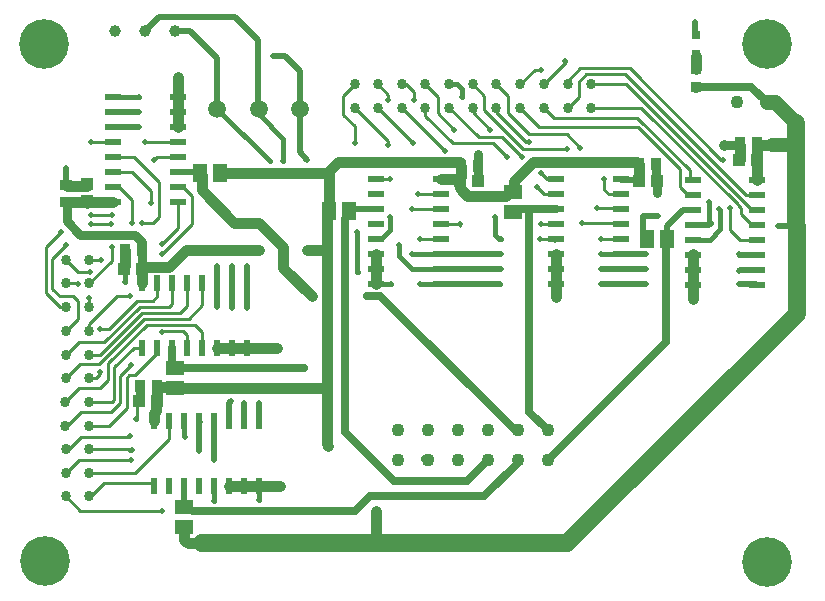
<source format=gtl>
G04*
G04 #@! TF.GenerationSoftware,Altium Limited,Altium Designer,19.1.7 (138)*
G04*
G04 Layer_Physical_Order=1*
G04 Layer_Color=255*
%FSLAX25Y25*%
%MOIN*%
G70*
G01*
G75*
%ADD10C,0.01000*%
%ADD14R,0.03543X0.03347*%
%ADD15R,0.04134X0.03937*%
%ADD16R,0.03937X0.04134*%
%ADD17R,0.03740X0.04134*%
%ADD18R,0.04134X0.03740*%
%ADD19R,0.03150X0.03150*%
%ADD20R,0.02362X0.05709*%
%ADD21R,0.05709X0.02362*%
%ADD22R,0.06102X0.04724*%
%ADD23R,0.04724X0.06102*%
%ADD40C,0.02500*%
%ADD41C,0.03500*%
%ADD42C,0.02000*%
%ADD43C,0.06000*%
%ADD44C,0.05000*%
%ADD45C,0.02953*%
%ADD46C,0.04500*%
%ADD47C,0.01500*%
%ADD48C,0.01800*%
%ADD49C,0.01968*%
%ADD50C,0.04331*%
%ADD51C,0.16535*%
%ADD52C,0.05906*%
%ADD53C,0.03937*%
%ADD54C,0.03400*%
%ADD55C,0.02000*%
D10*
X145146Y159646D02*
Y166000D01*
X252500Y225000D02*
X253000Y224500D01*
X244700Y225000D02*
X252500D01*
X284072Y219900D02*
X284472Y219500D01*
X280000Y219900D02*
X284072D01*
X143300Y149800D02*
X143500D01*
X142900Y149400D02*
X143300Y149800D01*
X142400Y149900D02*
X142900Y149400D01*
X156000Y153400D02*
Y159228D01*
X144600Y142000D02*
X156000Y153400D01*
X129800Y142000D02*
X144600D01*
X142550Y154000D02*
X142912Y154363D01*
X126600Y154000D02*
X142550D01*
X122500Y149900D02*
X126600Y154000D01*
X121500Y149900D02*
X122500D01*
X129800D02*
X142400D01*
X161000Y154300D02*
X161200Y154100D01*
X137677Y166305D02*
Y177213D01*
X137072Y165700D02*
X137677Y166305D01*
X129700Y165700D02*
X137072D01*
X275000Y252500D02*
X276000D01*
X261000Y263000D02*
X274000Y250000D01*
X288500D01*
X261000Y263000D02*
Y267711D01*
X267000Y254000D02*
X273500Y247500D01*
X280000Y242000D02*
X282000Y240000D01*
X265054Y262446D02*
X275000Y252500D01*
X276000Y255000D02*
X288500D01*
X269000Y262000D02*
X276000Y255000D01*
X288500D02*
X293000Y250500D01*
X288000Y279298D02*
Y279500D01*
Y279298D02*
X288298Y279000D01*
X272954Y271557D02*
X277898Y276500D01*
X280000D01*
X280854Y271557D02*
X288298Y279000D01*
X282000Y240000D02*
X284972D01*
X326191Y237509D02*
Y243480D01*
X312172Y257500D02*
X326191Y243480D01*
X279211Y257500D02*
X312172D01*
X340000Y246500D02*
X340500D01*
X309500Y277000D02*
X340000Y246500D01*
X307964Y275000D02*
X348310Y234654D01*
X308307Y271557D02*
X347500Y232364D01*
X313279Y263757D02*
X345500Y231536D01*
X237500Y266500D02*
Y269000D01*
X229000Y266500D02*
Y268111D01*
X225554Y271557D02*
X229000Y268111D01*
X326191Y237509D02*
X329046Y234654D01*
X284472Y219500D02*
X284972Y220000D01*
X115000Y217500D02*
X120000Y222500D01*
X115000Y202000D02*
Y217500D01*
X117000Y213500D02*
X121500Y218000D01*
X117000Y203500D02*
Y213500D01*
X150000Y232000D02*
Y236000D01*
X143500Y225500D02*
Y233000D01*
X130000Y225000D02*
X136516D01*
X130000Y225000D02*
X130000Y225000D01*
X153500Y215000D02*
X154500Y216000D01*
X136500Y162300D02*
X139677Y165477D01*
X141776Y163705D02*
Y173688D01*
X135870Y157800D02*
X141776Y163705D01*
Y173688D02*
X142654Y174567D01*
X145146Y171000D02*
X145500Y171354D01*
X139677Y165477D02*
Y174418D01*
X135677Y172977D02*
Y178605D01*
X133000Y170300D02*
X135677Y172977D01*
X145000Y159791D02*
Y160000D01*
Y159791D02*
X145146Y159646D01*
X137677Y177213D02*
X144236Y183772D01*
X129700Y157800D02*
X135870D01*
X329500Y239654D02*
Y243000D01*
X296654Y263757D02*
X313279D01*
X288754Y271557D02*
Y272754D01*
X293000Y277000D01*
X288754Y263757D02*
X292500Y267502D01*
X296654Y271557D02*
X308307D01*
X293000Y277000D02*
X309500D01*
X295026Y275000D02*
X307964D01*
X292500Y272474D02*
X295026Y275000D01*
X292500Y267502D02*
Y272474D01*
X269000Y262000D02*
Y267611D01*
X265054Y271557D02*
X269000Y267611D01*
X257154Y271557D02*
X261000Y267711D01*
X214000Y261500D02*
X217854Y257646D01*
X214000Y267702D02*
X217854Y271557D01*
X214000Y261500D02*
Y267702D01*
X217854Y252146D02*
Y257646D01*
X115000Y202000D02*
X119700Y197300D01*
X117000Y203500D02*
X119574Y200926D01*
X124074D01*
X125500Y193400D02*
Y199500D01*
X124074Y200926D02*
X125500Y199500D01*
X121500Y189400D02*
X125500Y193400D01*
X119700Y197300D02*
X121500D01*
Y213100D02*
X125600Y209000D01*
X129500D01*
X241354Y271657D02*
X245500Y267511D01*
X280854Y263757D02*
X284111Y260500D01*
X265054Y262446D02*
Y263757D01*
X233743D02*
X248000Y249500D01*
X233454Y263757D02*
X233743D01*
X272954D02*
X279211Y257500D01*
X257154Y262346D02*
Y263757D01*
X225554D02*
X237311Y252000D01*
X345500Y231500D02*
Y231536D01*
X281000Y235000D02*
X284972D01*
X302500D02*
X306428D01*
X305928Y230500D02*
X306428Y230000D01*
X305928Y225500D02*
X306428Y225000D01*
X280000D02*
X284972D01*
X300500Y220000D02*
X306428D01*
X298500Y230500D02*
X305928D01*
X151846Y247346D02*
X158800D01*
X151000Y246500D02*
X151846Y247346D01*
X156000Y217500D02*
X163500Y225000D01*
X136765Y212665D02*
Y217500D01*
X129300Y205200D02*
X136765Y212665D01*
X138500Y201000D02*
X143000D01*
X129300Y191800D02*
X138500Y201000D01*
X129300Y189400D02*
Y191800D01*
X139677Y174418D02*
X143129Y177871D01*
X144236Y183772D02*
X147000D01*
X133000Y175000D02*
Y175800D01*
X131600Y173600D02*
X133000Y175000D01*
X129300Y173600D02*
X131600D01*
X134386Y185800D02*
X146086Y197500D01*
X156000D01*
X167000Y198000D02*
Y205228D01*
X162500Y193500D02*
X167000Y198000D01*
X147743Y193500D02*
X162500D01*
X162000Y183772D02*
Y188000D01*
X160500Y189500D02*
X162000Y188000D01*
X154000Y189500D02*
X160500D01*
X153500Y189000D02*
X154000Y189500D01*
X156000Y217464D02*
Y217500D01*
X154535Y216000D02*
X156000Y217464D01*
X154500Y216000D02*
X154535D01*
X130500Y228000D02*
X137000D01*
X125300Y205200D02*
X125500Y205000D01*
X121500Y205200D02*
X125300D01*
X129300Y197300D02*
Y200300D01*
X150500Y199500D02*
X152000Y201000D01*
X129800Y181500D02*
X132915D01*
X146915Y195500D01*
X135677Y178605D02*
X148572Y191500D01*
X132543Y178300D02*
X147743Y193500D01*
X132000Y178300D02*
X132543D01*
X146915Y195500D02*
X159672D01*
X135758Y190000D02*
X145258Y199500D01*
X133000Y190000D02*
X135758D01*
X145258Y199500D02*
X150500D01*
X129300Y213100D02*
X133100D01*
X152000Y201000D02*
Y204000D01*
X162000Y197828D02*
Y205228D01*
X159672Y195500D02*
X162000Y197828D01*
X157000Y198500D02*
Y205228D01*
X156000Y197500D02*
X157000Y198500D01*
X126000Y146300D02*
X143300D01*
X126300Y129500D02*
X153500D01*
X121500Y134300D02*
X126300Y129500D01*
X134300Y138800D02*
X149972D01*
X151000Y137772D01*
X126000Y170300D02*
X133000D01*
X158646Y252500D02*
X158800Y252346D01*
X148000Y252500D02*
X158646D01*
X137189D02*
X137343Y252346D01*
X130000Y252500D02*
X137189D01*
X121500Y173600D02*
X126200Y178300D01*
X131500D01*
X121400Y165700D02*
X126000Y170300D01*
X121400Y157800D02*
X122000D01*
X126500Y162300D01*
X136500D01*
X121500Y142000D02*
X121700D01*
X126000Y146300D01*
X352003Y219654D02*
X352157Y219500D01*
X293500Y225500D02*
X305928D01*
X257154Y262346D02*
X263000Y256500D01*
X264000Y252000D02*
X268500Y247500D01*
X278500Y237500D02*
X281000Y235000D01*
X245500Y262000D02*
Y267511D01*
X239000Y235000D02*
X244700D01*
X244700Y235000D01*
X237000Y230000D02*
X237000Y230000D01*
X244700D01*
X239500Y220000D02*
X244700D01*
X244700Y220000D01*
X223243Y240000D02*
X223243Y240000D01*
X259111Y254000D02*
X267000D01*
X332000Y240000D02*
X332346Y239654D01*
X329046Y234654D02*
X330546D01*
X301000Y236500D02*
Y240000D01*
Y236500D02*
X302500Y235000D01*
X347500Y232328D02*
Y232364D01*
X223243Y240000D02*
X225000D01*
X129800Y134300D02*
X134300Y138800D01*
X343000Y223000D02*
Y230500D01*
Y223000D02*
X346346Y219654D01*
X352003D01*
X121500Y181500D02*
X125800Y185800D01*
X134386D01*
X148572Y191500D02*
X164500D01*
X167000Y189000D01*
Y183772D02*
Y189000D01*
X158800Y237346D02*
X160654D01*
X163500Y234500D01*
Y225000D02*
Y234500D01*
X150536Y225500D02*
X152500Y227465D01*
X147000Y225500D02*
X150536D01*
X153500Y218500D02*
X158800Y223800D01*
Y232346D01*
X137343Y247346D02*
X144154D01*
X152500Y239000D01*
Y227465D02*
Y239000D01*
X137343Y242346D02*
X143654D01*
X150000Y236000D01*
X241354Y261146D02*
Y263857D01*
Y261146D02*
X250500Y252000D01*
X264000D01*
X249254Y263857D02*
X259111Y254000D01*
X245500Y262000D02*
X251000Y256500D01*
X142654Y174567D02*
X144567D01*
X152000Y182000D01*
Y183772D01*
X137343Y237346D02*
X139154D01*
X143500Y233000D01*
X217854Y263757D02*
X229000Y252611D01*
Y251500D02*
Y252611D01*
X348310Y234654D02*
X352003D01*
X347500Y232328D02*
X350174Y229654D01*
X352003D01*
X350346Y224654D02*
X352003D01*
X346500Y228500D02*
X350346Y224654D01*
X346500Y228500D02*
Y230500D01*
X345500Y231500D02*
X346500Y230500D01*
X284111Y260500D02*
X312000D01*
X329500Y239654D02*
X330546D01*
X312000Y260500D02*
X329500Y243000D01*
X233454Y271557D02*
X234943D01*
X237500Y269000D01*
X225000Y240000D02*
X229500D01*
D14*
X331500Y270549D02*
D03*
Y276651D02*
D03*
D15*
X253047Y239500D02*
D03*
X258953D02*
D03*
X146047Y166000D02*
D03*
X151953D02*
D03*
X312547Y239500D02*
D03*
X318453D02*
D03*
X141047Y210000D02*
D03*
X146953D02*
D03*
X351953Y246500D02*
D03*
X346047D02*
D03*
D16*
X128500Y238453D02*
D03*
Y232547D02*
D03*
D17*
X258854Y244500D02*
D03*
X253146D02*
D03*
X151854Y171000D02*
D03*
X146146D02*
D03*
X318354Y245000D02*
D03*
X312646D02*
D03*
X146854Y216500D02*
D03*
X141146D02*
D03*
X346146Y252000D02*
D03*
X351854D02*
D03*
D18*
X121700Y232300D02*
D03*
Y238009D02*
D03*
D19*
X331500Y281600D02*
D03*
Y288100D02*
D03*
D20*
X182000Y205228D02*
D03*
X177000D02*
D03*
X172000D02*
D03*
X167000D02*
D03*
X162000D02*
D03*
X157000D02*
D03*
X152000D02*
D03*
X147000D02*
D03*
X182000Y183772D02*
D03*
X177000D02*
D03*
X172000D02*
D03*
X167000D02*
D03*
X162000D02*
D03*
X157000D02*
D03*
X152000D02*
D03*
X147000D02*
D03*
X186000Y159228D02*
D03*
X181000D02*
D03*
X176000D02*
D03*
X171000D02*
D03*
X166000D02*
D03*
X161000D02*
D03*
X156000D02*
D03*
X151000D02*
D03*
X186000Y137772D02*
D03*
X181000D02*
D03*
X176000D02*
D03*
X171000D02*
D03*
X166000D02*
D03*
X161000D02*
D03*
X156000D02*
D03*
X151000D02*
D03*
D21*
X246457Y205000D02*
D03*
Y210000D02*
D03*
Y215000D02*
D03*
Y220000D02*
D03*
Y225000D02*
D03*
Y230000D02*
D03*
Y235000D02*
D03*
Y240000D02*
D03*
X225000Y205000D02*
D03*
Y210000D02*
D03*
Y215000D02*
D03*
Y220000D02*
D03*
Y225000D02*
D03*
Y230000D02*
D03*
Y235000D02*
D03*
Y240000D02*
D03*
X352003Y204654D02*
D03*
Y209654D02*
D03*
Y214654D02*
D03*
Y219654D02*
D03*
Y224654D02*
D03*
Y229654D02*
D03*
Y234654D02*
D03*
Y239654D02*
D03*
X330546Y204654D02*
D03*
Y209654D02*
D03*
Y214654D02*
D03*
Y219654D02*
D03*
Y224654D02*
D03*
Y229654D02*
D03*
Y234654D02*
D03*
Y239654D02*
D03*
X137343Y267346D02*
D03*
Y262346D02*
D03*
Y257346D02*
D03*
Y252346D02*
D03*
Y247346D02*
D03*
Y242346D02*
D03*
Y237346D02*
D03*
Y232346D02*
D03*
X158800Y267346D02*
D03*
Y262346D02*
D03*
Y257346D02*
D03*
Y252346D02*
D03*
Y247346D02*
D03*
Y242346D02*
D03*
Y237346D02*
D03*
Y232346D02*
D03*
X306428Y205000D02*
D03*
Y210000D02*
D03*
Y215000D02*
D03*
Y220000D02*
D03*
Y225000D02*
D03*
Y230000D02*
D03*
Y235000D02*
D03*
Y240000D02*
D03*
X284972Y205000D02*
D03*
Y210000D02*
D03*
Y215000D02*
D03*
Y220000D02*
D03*
Y225000D02*
D03*
Y230000D02*
D03*
Y235000D02*
D03*
Y240000D02*
D03*
D22*
X270500Y228999D02*
D03*
Y235692D02*
D03*
X161000Y130847D02*
D03*
Y124153D02*
D03*
X158000Y177000D02*
D03*
Y170307D02*
D03*
D23*
X215846Y229500D02*
D03*
X209154D02*
D03*
X321892Y220154D02*
D03*
X315199D02*
D03*
X166154Y242000D02*
D03*
X172846D02*
D03*
D40*
X331500Y270149D02*
X332151Y270800D01*
X350000D01*
X355100Y265700D01*
X282200Y146300D02*
X321500Y185600D01*
Y217762D01*
X270500Y229999D02*
X276000D01*
Y162500D02*
Y229999D01*
Y162500D02*
X282200Y156300D01*
X226400Y201000D02*
X271100Y156300D01*
X222000Y201000D02*
X226400D01*
X271100Y156300D02*
X272200D01*
X261000Y134300D02*
X272200Y145500D01*
X222900Y134300D02*
X261000D01*
X218000Y129400D02*
X222900Y134300D01*
X230900Y139400D02*
X255300D01*
X214700Y155600D02*
X230900Y139400D01*
X214700Y155600D02*
Y226805D01*
X255300Y139400D02*
X262200Y146300D01*
X272200Y145500D02*
Y146300D01*
X163995Y129400D02*
X218000D01*
X157000Y177000D02*
Y183772D01*
X214700Y226805D02*
X215846Y227951D01*
X158000Y177000D02*
X201000D01*
X157000D02*
X158000D01*
X241400Y146700D02*
X242900D01*
X276000Y229999D02*
X284971D01*
X284972Y230000D01*
X321500Y217762D02*
X321892Y218154D01*
D41*
X351854Y239803D02*
Y252000D01*
X252547Y240000D02*
X253047Y240500D01*
X268308Y234500D02*
X271000Y237192D01*
X224800Y118600D02*
Y129200D01*
X147000Y205228D02*
Y210833D01*
X346146Y246500D02*
Y251500D01*
X159000Y267346D02*
Y274000D01*
Y257546D02*
Y267346D01*
X331500Y276651D02*
Y281051D01*
X208500Y151600D02*
Y170299D01*
Y151600D02*
X209000Y151100D01*
X162200Y118600D02*
X166800D01*
X161000Y119800D02*
X162200Y118600D01*
X161000Y119800D02*
Y124153D01*
X312646Y239598D02*
Y245000D01*
X311946Y245700D02*
X312646Y245000D01*
X277397Y245800D02*
X311946D01*
X271000Y239303D02*
X277397Y245700D01*
X186000Y137772D02*
X192772D01*
X172000Y183772D02*
X177000D01*
X208500Y170299D02*
Y181354D01*
X166008Y170299D02*
X208500D01*
X253146Y240599D02*
Y244500D01*
X253047Y240500D02*
X253146Y240599D01*
X253047Y239500D02*
Y240500D01*
Y236867D02*
Y239500D01*
X255414Y234500D02*
X268308D01*
X253047Y236867D02*
X255414Y234500D01*
X271000Y237192D02*
Y239303D01*
X246457Y240000D02*
X252547D01*
X209154Y242653D02*
X212250Y245750D01*
X253026D01*
X146854Y211000D02*
X147000Y210854D01*
Y210833D02*
X155833D01*
X161500Y216500D01*
X166000Y170307D02*
X166008Y170299D01*
X158000Y170307D02*
X166000D01*
X151903Y166049D02*
Y170789D01*
X151974Y170719D01*
X151854Y170839D02*
X151903Y170789D01*
X157589Y170719D02*
X158000Y170307D01*
X151974Y170719D02*
X157589D01*
X151854Y170839D02*
Y171000D01*
X151903Y166049D02*
X151953Y166000D01*
X151000Y162000D02*
X151636Y162636D01*
Y165781D01*
X151854Y166000D01*
X151953D01*
X151000Y159228D02*
Y162000D01*
X208500Y181653D02*
Y216500D01*
X158800Y257346D02*
X159000Y257546D01*
X176000Y137772D02*
X181000D01*
X186000D01*
X182000Y183772D02*
X191772D01*
X177000D02*
X182000D01*
X330546Y214654D02*
Y215000D01*
Y209654D02*
Y214654D01*
Y204654D02*
Y209654D01*
X284972Y210000D02*
Y215000D01*
Y205000D02*
Y210000D01*
X225000D02*
Y215000D01*
Y205000D02*
Y210000D01*
X166750Y236250D02*
Y241404D01*
X128604Y232250D02*
X137248D01*
X128500Y232146D02*
X128604Y232250D01*
X128346Y232300D02*
X128500Y232146D01*
X121700Y232300D02*
X128346D01*
X137248Y232250D02*
X137343Y232346D01*
X141146Y211000D02*
Y216500D01*
X121700Y238009D02*
X121854Y237854D01*
X128500D01*
X341000Y251500D02*
X341000Y251500D01*
X352354Y251500D02*
X357000D01*
X351854Y252000D02*
X352354Y251500D01*
X351854Y239803D02*
X352003Y239654D01*
X147000Y210833D02*
Y210854D01*
X161500Y216500D02*
X186000D01*
X208500D02*
Y229346D01*
X202000Y216500D02*
X208500D01*
X209154Y229500D02*
Y242000D01*
Y242653D01*
X172846Y242000D02*
X209154D01*
X330546Y200183D02*
Y204654D01*
X284972Y200528D02*
Y205000D01*
X194000Y210500D02*
X203500Y201000D01*
X194000Y210500D02*
Y217500D01*
X166750Y236250D02*
X177500Y225500D01*
X186000D01*
X194000Y217500D01*
D42*
X363800Y224400D02*
X365100D01*
X359000D02*
X363800D01*
X141146Y210000D02*
Y211000D01*
X331200Y288400D02*
Y292500D01*
Y288400D02*
X331500Y288100D01*
X224800Y118300D02*
Y118600D01*
X312547Y239500D02*
X312646Y239598D01*
X313800Y227700D02*
X318800D01*
X313800Y221554D02*
X315199Y220154D01*
X313800Y221554D02*
Y227700D01*
X244750Y210050D02*
X266500D01*
X244700Y210000D02*
X244750Y210050D01*
X162549Y130847D02*
X163995Y129400D01*
X224700Y129200D02*
X224800D01*
X176000Y165500D02*
X176500Y166000D01*
X176000Y159228D02*
Y165500D01*
X166000Y149500D02*
Y159028D01*
X166100Y159128D01*
X166000Y159228D02*
X166100Y159128D01*
X199500Y263500D02*
Y276000D01*
X190500Y281000D02*
X194500D01*
X199500Y276000D01*
X148000Y289500D02*
X152500Y294000D01*
X177976D01*
X185500Y286476D01*
X158000Y289500D02*
X163000D01*
X172000Y280500D01*
Y263500D02*
Y280500D01*
X185500Y263800D02*
Y286476D01*
X327397Y229654D02*
X330546D01*
X326743Y229000D02*
X327397Y229654D01*
X326500Y229000D02*
X326743D01*
X321892Y224392D02*
X326500Y229000D01*
X306428Y210000D02*
X315000D01*
X300000D02*
X306428D01*
Y205000D02*
X315000D01*
X300000D02*
X306428D01*
X145846Y257346D02*
X145923Y257423D01*
X199600Y248900D02*
Y263500D01*
X137343Y262346D02*
X145846D01*
X185500Y263800D02*
X185800Y263500D01*
X256478Y215000D02*
X266500D01*
X246457D02*
X256478D01*
X246457Y205000D02*
X266000D01*
X330546Y224654D02*
X335654D01*
X346154Y214654D02*
X352003D01*
X306428Y215000D02*
X315000D01*
X216347Y230000D02*
X223243D01*
X215846Y229500D02*
X216347Y230000D01*
X199600Y248900D02*
X202000Y246500D01*
X165808Y242346D02*
X166154Y242000D01*
X158800Y242346D02*
X165808D01*
X171000Y146500D02*
Y159228D01*
X161000Y130847D02*
Y137772D01*
X121700Y238009D02*
Y243700D01*
X181000Y159228D02*
Y165500D01*
X186000Y159228D02*
Y165500D01*
X172000Y205228D02*
Y211000D01*
X177000Y205228D02*
Y211000D01*
X182000Y205228D02*
Y211000D01*
X137343Y257346D02*
X145846D01*
X300000Y205000D02*
X300000Y205000D01*
X346000Y209500D02*
X346154Y209654D01*
X352003D01*
X351657Y205000D02*
X352003Y204654D01*
X321892Y218154D02*
Y220154D01*
X166154Y242000D02*
X166750Y241404D01*
X182000Y197000D02*
Y205228D01*
X172000Y197500D02*
Y205228D01*
X346000Y205000D02*
X351657D01*
X177000Y197000D02*
Y205228D01*
X321892Y220154D02*
Y224392D01*
X161000Y130847D02*
X162549D01*
X215846Y227951D02*
Y229500D01*
D43*
X365100Y195100D02*
Y224400D01*
X288600Y118600D02*
X365100Y195100D01*
X365000Y225600D02*
Y258700D01*
X224800Y118600D02*
X288600Y118600D01*
X166800Y118600D02*
X224800D01*
D44*
X358000Y265700D02*
X365000Y258700D01*
X355100Y265700D02*
X358000D01*
D45*
X341000Y251500D02*
X346146D01*
X318453Y235547D02*
X318500Y235500D01*
X318453Y235547D02*
Y239500D01*
X318404Y239549D02*
X318453Y239500D01*
X318404Y239549D02*
Y244951D01*
X318354Y245000D02*
X318404Y244951D01*
X258854Y244500D02*
Y248354D01*
Y244500D02*
X258904Y244451D01*
Y239549D02*
Y244451D01*
Y239549D02*
X258953Y239500D01*
X121802Y226001D02*
X126280Y221524D01*
X121802Y226001D02*
Y232197D01*
X121700Y232300D02*
X121802Y232197D01*
X131440Y221524D02*
X144476D01*
X131440Y221524D02*
X131440Y221524D01*
X144476D02*
X146854Y219146D01*
Y216500D02*
Y219146D01*
Y211000D02*
Y216500D01*
X126280Y221524D02*
X131440D01*
X146096Y170951D02*
X146146Y171000D01*
X146096Y166049D02*
Y170951D01*
X146047Y166000D02*
X146096Y166049D01*
D46*
X357000Y251500D02*
X362700D01*
D47*
X266000Y205000D02*
X266300D01*
X264500Y221500D02*
Y227500D01*
Y221500D02*
X266000Y220000D01*
X266500D01*
X170900Y132700D02*
Y137672D01*
X171000Y137772D01*
X161000Y154300D02*
Y159228D01*
X186000Y132900D02*
Y137772D01*
X172000Y263500D02*
X189500Y246000D01*
X194000D02*
Y253500D01*
X185800Y261700D02*
X194000Y253500D01*
X185800Y261700D02*
Y263500D01*
X218500Y209000D02*
Y222500D01*
X249254Y271657D02*
X251843D01*
X199500Y263500D02*
X199600D01*
X256478Y215000D02*
X256500Y215022D01*
X237000Y215000D02*
X246457D01*
X346000Y214809D02*
X346154Y214654D01*
X346000Y214809D02*
Y215000D01*
X300000D02*
X306428D01*
X253500Y267411D02*
Y270000D01*
X251843Y271657D02*
X253500Y270000D01*
X141146Y205646D02*
Y210000D01*
X145846Y267346D02*
X146000Y267500D01*
X137343Y267346D02*
X145846D01*
X225000Y205000D02*
X230000D01*
X218500Y209000D02*
X219000D01*
X239500Y205000D02*
X246457D01*
X237000Y210000D02*
X246457D01*
X232500Y214500D02*
Y218000D01*
Y214500D02*
X237000Y210000D01*
X226510Y220000D02*
X229604Y223094D01*
X225000Y220000D02*
X226510D01*
X229604Y223094D02*
Y227396D01*
X229500Y227500D02*
X229604Y227396D01*
D48*
X339400Y229900D02*
X339700Y229600D01*
Y223200D02*
Y229600D01*
X336154Y219654D02*
X339700Y223200D01*
X335900Y226100D02*
Y232300D01*
Y226100D02*
X336500Y225500D01*
X330546Y219654D02*
X336154D01*
X335654Y224654D02*
X336500Y225500D01*
D49*
X306428Y240000D02*
X306625Y239803D01*
X312244D01*
X312547Y239500D01*
D50*
X345100Y265700D02*
D03*
X355100D02*
D03*
X282198Y146301D02*
D03*
Y156301D02*
D03*
X272198D02*
D03*
Y146301D02*
D03*
X262198D02*
D03*
Y156301D02*
D03*
X252198D02*
D03*
Y146301D02*
D03*
X242198D02*
D03*
Y156301D02*
D03*
X232198D02*
D03*
Y146301D02*
D03*
D51*
X355200Y112400D02*
D03*
X114500Y112600D02*
D03*
X355100Y285000D02*
D03*
X114400D02*
D03*
D52*
X199600Y263500D02*
D03*
X185800D02*
D03*
X172000D02*
D03*
D53*
X158000Y289500D02*
D03*
X148000D02*
D03*
X138000D02*
D03*
D54*
X296654Y263757D02*
D03*
X288754D02*
D03*
X272954D02*
D03*
X280854D02*
D03*
X265054D02*
D03*
X257154D02*
D03*
X241354Y263857D02*
D03*
X249254D02*
D03*
X233454Y263757D02*
D03*
X225554D02*
D03*
X217854D02*
D03*
Y271557D02*
D03*
X225554D02*
D03*
X233454D02*
D03*
X249254Y271657D02*
D03*
X241354D02*
D03*
X257154Y271557D02*
D03*
X265054D02*
D03*
X280854D02*
D03*
X272954D02*
D03*
X288754D02*
D03*
X296654D02*
D03*
X121500Y213100D02*
D03*
Y205200D02*
D03*
Y189400D02*
D03*
Y197300D02*
D03*
Y181500D02*
D03*
Y173600D02*
D03*
X121400Y157800D02*
D03*
Y165700D02*
D03*
X121500Y149900D02*
D03*
Y142000D02*
D03*
Y134300D02*
D03*
X129300D02*
D03*
Y142000D02*
D03*
Y149900D02*
D03*
X129200Y165700D02*
D03*
Y157800D02*
D03*
X129300Y173600D02*
D03*
Y181500D02*
D03*
Y197300D02*
D03*
Y189400D02*
D03*
Y205200D02*
D03*
Y213100D02*
D03*
D55*
X331200Y292500D02*
D03*
X318800Y227700D02*
D03*
X359000Y224400D02*
D03*
X266300Y205000D02*
D03*
X266500Y210050D02*
D03*
X279700Y219900D02*
D03*
X280000Y225000D02*
D03*
X170900Y132700D02*
D03*
X209000Y151100D02*
D03*
X224700Y129200D02*
D03*
X339400Y229900D02*
D03*
X335900Y232300D02*
D03*
X143500Y149800D02*
D03*
X166000Y149500D02*
D03*
X142912Y154363D02*
D03*
X161200Y154100D02*
D03*
X201000Y177000D02*
D03*
X186000Y132900D02*
D03*
X192772Y137772D02*
D03*
X276000Y252500D02*
D03*
X273500Y247500D02*
D03*
X280000Y242000D02*
D03*
X288000Y279500D02*
D03*
X280000Y276500D02*
D03*
X190500Y281000D02*
D03*
X318500Y235500D02*
D03*
X340500Y246500D02*
D03*
X237500Y266500D02*
D03*
X266500Y220000D02*
D03*
X176500Y166000D02*
D03*
X120000Y222500D02*
D03*
X121500Y218000D02*
D03*
X150000Y232000D02*
D03*
X258854Y248354D02*
D03*
X143500Y225500D02*
D03*
X136516Y225000D02*
D03*
X153500Y215000D02*
D03*
X145000Y160000D02*
D03*
X129500Y209000D02*
D03*
X145923Y257423D02*
D03*
X145846Y262346D02*
D03*
X346000Y215000D02*
D03*
X315000D02*
D03*
X300000Y220000D02*
D03*
X298500Y230500D02*
D03*
X288500Y250000D02*
D03*
X293000Y250500D02*
D03*
X239500Y205000D02*
D03*
X237000Y215000D02*
D03*
X253000Y225000D02*
D03*
X143129Y177871D02*
D03*
X137000Y228000D02*
D03*
X130000D02*
D03*
X153500Y218500D02*
D03*
X141146Y205646D02*
D03*
X143000Y201000D02*
D03*
X129300Y200300D02*
D03*
X125500Y205000D02*
D03*
X136765Y217500D02*
D03*
X133000Y190000D02*
D03*
X153500Y189000D02*
D03*
X147000Y225500D02*
D03*
X133100Y213100D02*
D03*
X130000Y225000D02*
D03*
X171000Y146500D02*
D03*
X143300Y146300D02*
D03*
X153500Y129500D02*
D03*
X203500Y201000D02*
D03*
X151000Y246500D02*
D03*
X148000Y252500D02*
D03*
X130000D02*
D03*
X133000Y175800D02*
D03*
X301000Y240000D02*
D03*
X293500Y225500D02*
D03*
X263000Y256500D02*
D03*
X268500Y247500D02*
D03*
X278500Y237500D02*
D03*
X253500Y267411D02*
D03*
X264500Y227500D02*
D03*
X237311Y252000D02*
D03*
X239000Y235000D02*
D03*
X237000Y230000D02*
D03*
X239500Y220000D02*
D03*
X229000Y251500D02*
D03*
X217854Y252146D02*
D03*
X248000Y249500D02*
D03*
X121700Y243700D02*
D03*
X341000Y251500D02*
D03*
X343000Y230500D02*
D03*
X186000Y216500D02*
D03*
X202000D02*
D03*
X284972Y200528D02*
D03*
X330546Y200183D02*
D03*
X172000Y197500D02*
D03*
X181000Y165500D02*
D03*
X177000Y197000D02*
D03*
X186000Y165500D02*
D03*
X182000Y197000D02*
D03*
X191772Y183772D02*
D03*
X172000Y211000D02*
D03*
X177000D02*
D03*
X182000D02*
D03*
X146000Y267500D02*
D03*
X159000Y274000D02*
D03*
X189500Y246000D02*
D03*
X194000D02*
D03*
X202000Y246500D02*
D03*
X222000Y201000D02*
D03*
X230000Y205000D02*
D03*
X218500Y222500D02*
D03*
X219000Y209000D02*
D03*
X266500Y215000D02*
D03*
X300000D02*
D03*
X300000Y205000D02*
D03*
X315000Y205000D02*
D03*
X346000D02*
D03*
Y209500D02*
D03*
X315000Y210000D02*
D03*
X232500Y218000D02*
D03*
X300000Y210000D02*
D03*
X251000Y256500D02*
D03*
X229000Y266500D02*
D03*
X229500Y240000D02*
D03*
Y227500D02*
D03*
M02*

</source>
